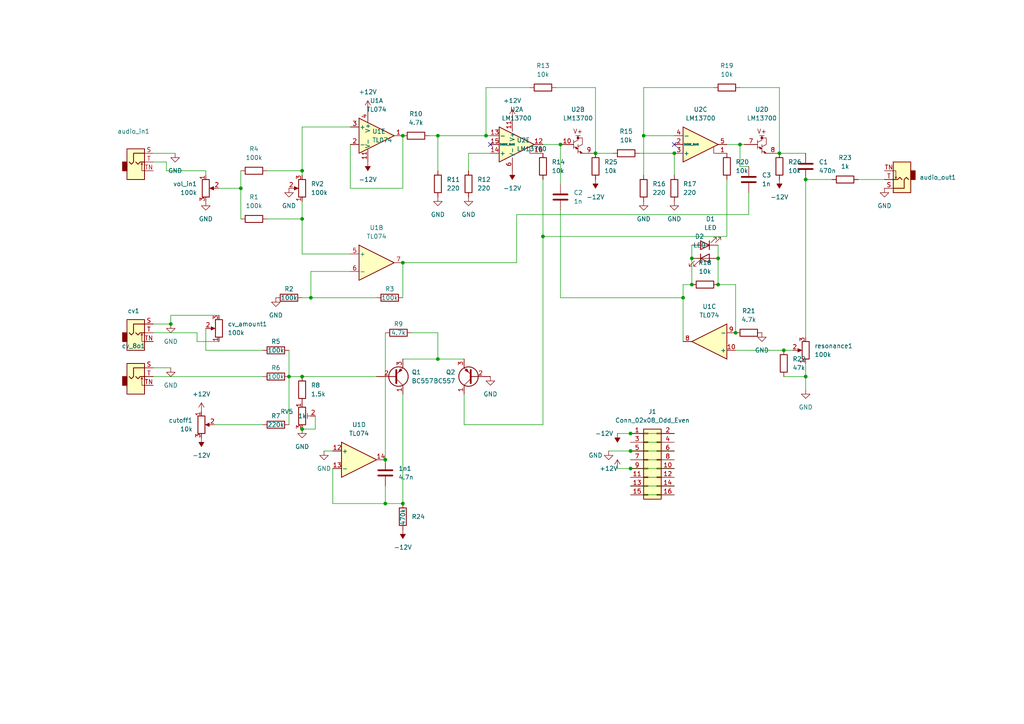
<source format=kicad_sch>
(kicad_sch (version 20211123) (generator eeschema)
  (paper "A4")
  (lib_symbols
    (symbol "Amplifier_Operational:LM13700" (pin_names (offset 0.127))
      (property "Reference" "U" (at 3.81 5.08 0))
      (property "Value" "LM13700" (at 5.08 -5.08 0))
      (symbol "LM13700_1_1"
        (polyline (pts (xy 3.81 -0.635) (xy 3.81 -2.54) (xy 5.08 -2.54)))
        (polyline (pts (xy 5.08 0) (xy -5.08 -5.08) (xy -5.08 5.08) (xy 5.08 0)) (stroke (width 0.254)) (fill (type background)))
        (pin output line (at 7.62 0 180) (length 2.54) (name "~") (number "12"))
        (pin input line (at -7.62 2.54 0) (length 2.54) (name "-") (number "13"))
        (pin input line (at -7.62 -2.54 0) (length 2.54) (name "+") (number "14"))
        (pin input line (at -7.62 0 0) (length 2.54) (name "DIODE_BIAS") (number "15"))
        (pin input line (at 7.62 -2.54 180) (length 2.54) (name "~") (number "16"))
      )
      (symbol "LM13700_2_0"
        (polyline (pts (xy -1.905 2.54) (xy -3.175 2.54)))
      )
      (symbol "LM13700_2_1"
        (circle (center -2.54 1.905) (radius 0.254) (stroke (width 0.254)) (fill (type outline)))
        (polyline (pts (xy -3.81 -0.635) (xy -2.54 -1.27)))
        (polyline (pts (xy -3.81 1.27) (xy -3.81 -1.27)))
        (polyline (pts (xy -2.54 -1.905) (xy -1.27 -2.54)))
        (polyline (pts (xy -2.54 0) (xy -2.54 -2.54)))
        (polyline (pts (xy -3.81 0.635) (xy -2.54 1.27) (xy -2.54 1.905) (xy -2.54 2.54)))
        (polyline (pts (xy -2.54 -1.27) (xy -3.175 -0.635) (xy -3.175 -1.27) (xy -2.54 -1.27)) (fill (type outline)))
        (polyline (pts (xy -2.54 -0.635) (xy -1.27 0) (xy -1.27 1.905) (xy -2.54 1.905)))
        (polyline (pts (xy -1.27 -2.54) (xy -1.905 -1.905) (xy -1.905 -2.54) (xy -1.27 -2.54)) (fill (type outline)))
        (text "V+" (at -2.54 3.81 0) (effects (font (size 1.27 1.27))))
        (pin input line (at -7.62 0 0) (length 3.81) (name "~") (number "10"))
        (pin output line (at 2.54 -2.54 180) (length 3.81) (name "~") (number "9"))
      )
      (symbol "LM13700_3_1"
        (polyline (pts (xy 3.81 -0.635) (xy 3.81 -2.54) (xy 5.08 -2.54)))
        (polyline (pts (xy 5.08 0) (xy -5.08 -5.08) (xy -5.08 5.08) (xy 5.08 0)) (stroke (width 0.254)) (fill (type background)))
        (pin input line (at 7.62 -2.54 180) (length 2.54) (name "~") (number "1"))
        (pin input line (at -7.62 0 0) (length 2.54) (name "DIODE_BIAS") (number "2"))
        (pin input line (at -7.62 -2.54 0) (length 2.54) (name "+") (number "3"))
        (pin input line (at -7.62 2.54 0) (length 2.54) (name "-") (number "4"))
        (pin output line (at 7.62 0 180) (length 2.54) (name "~") (number "5"))
      )
      (symbol "LM13700_4_0"
        (polyline (pts (xy -3.175 2.54) (xy -1.905 2.54)))
        (text "V+" (at -2.54 3.81 0) (effects (font (size 1.27 1.27))))
      )
      (symbol "LM13700_4_1"
        (circle (center -2.54 1.905) (radius 0.254) (stroke (width 0.254)) (fill (type outline)))
        (polyline (pts (xy -3.81 -0.635) (xy -2.54 -1.27)))
        (polyline (pts (xy -3.81 1.27) (xy -3.81 -1.27)))
        (polyline (pts (xy -2.54 -1.905) (xy -1.27 -2.54)))
        (polyline (pts (xy -2.54 0) (xy -2.54 -2.54)))
        (polyline (pts (xy -3.81 0.635) (xy -2.54 1.27) (xy -2.54 2.54)))
        (polyline (pts (xy -2.54 -1.27) (xy -3.175 -0.635) (xy -3.175 -1.27) (xy -2.54 -1.27)) (fill (type outline)))
        (polyline (pts (xy -2.54 -0.635) (xy -1.27 0) (xy -1.27 1.905) (xy -2.54 1.905)))
        (polyline (pts (xy -1.27 -2.54) (xy -1.905 -1.905) (xy -1.905 -2.54) (xy -1.27 -2.54)) (fill (type outline)))
        (pin input line (at -7.62 0 0) (length 3.81) (name "~") (number "7"))
        (pin output line (at 2.54 -2.54 180) (length 3.81) (name "~") (number "8"))
      )
      (symbol "LM13700_5_1"
        (pin power_in line (at -2.54 7.62 270) (length 3.81) (name "V+") (number "11"))
        (pin power_in line (at -2.54 -7.62 90) (length 3.81) (name "V-") (number "6"))
      )
    )
    (symbol "Amplifier_Operational:TL074" (pin_names (offset 0.127))
      (property "Reference" "U" (at 0 5.08 0))
      (property "Value" "TL074" (at 0 -5.08 0))
      (symbol "TL074_1_1"
        (polyline (pts (xy -5.08 5.08) (xy 5.08 0) (xy -5.08 -5.08) (xy -5.08 5.08)) (stroke (width 0.254)) (fill (type background)))
        (pin output line (at 7.62 0 180) (length 2.54) (name "~") (number "1"))
        (pin input line (at -7.62 -2.54 0) (length 2.54) (name "-") (number "2"))
        (pin input line (at -7.62 2.54 0) (length 2.54) (name "+") (number "3"))
      )
      (symbol "TL074_2_1"
        (polyline (pts (xy -5.08 5.08) (xy 5.08 0) (xy -5.08 -5.08) (xy -5.08 5.08)) (stroke (width 0.254)) (fill (type background)))
        (pin input line (at -7.62 2.54 0) (length 2.54) (name "+") (number "5"))
        (pin input line (at -7.62 -2.54 0) (length 2.54) (name "-") (number "6"))
        (pin output line (at 7.62 0 180) (length 2.54) (name "~") (number "7"))
      )
      (symbol "TL074_3_1"
        (polyline (pts (xy -5.08 5.08) (xy 5.08 0) (xy -5.08 -5.08) (xy -5.08 5.08)) (stroke (width 0.254)) (fill (type background)))
        (pin input line (at -7.62 2.54 0) (length 2.54) (name "+") (number "10"))
        (pin output line (at 7.62 0 180) (length 2.54) (name "~") (number "8"))
        (pin input line (at -7.62 -2.54 0) (length 2.54) (name "-") (number "9"))
      )
      (symbol "TL074_4_1"
        (polyline (pts (xy -5.08 5.08) (xy 5.08 0) (xy -5.08 -5.08) (xy -5.08 5.08)) (stroke (width 0.254)) (fill (type background)))
        (pin input line (at -7.62 2.54 0) (length 2.54) (name "+") (number "12"))
        (pin input line (at -7.62 -2.54 0) (length 2.54) (name "-") (number "13"))
        (pin output line (at 7.62 0 180) (length 2.54) (name "~") (number "14"))
      )
      (symbol "TL074_5_1"
        (pin power_in line (at -2.54 -7.62 90) (length 3.81) (name "V-") (number "11"))
        (pin power_in line (at -2.54 7.62 270) (length 3.81) (name "V+") (number "4"))
      )
    )
    (symbol "Connector:AudioJack2_SwitchT"
      (property "Reference" "J" (at 0 8.89 0))
      (property "Value" "AudioJack2_SwitchT" (at 0 6.35 0))
      (symbol "AudioJack2_SwitchT_0_1"
        (rectangle (start -2.54 0) (end -3.81 -2.54) (stroke (width 0.254)) (fill (type outline)))
        (polyline (pts (xy 1.778 -0.254) (xy 2.032 -0.762)))
        (polyline (pts (xy 0 0) (xy 0.635 -0.635) (xy 1.27 0) (xy 2.54 0)) (stroke (width 0.254)))
        (polyline (pts (xy 2.54 -2.54) (xy 1.778 -2.54) (xy 1.778 -0.254) (xy 1.524 -0.762)))
        (polyline (pts (xy 2.54 2.54) (xy -0.635 2.54) (xy -0.635 0) (xy -1.27 -0.635) (xy -1.905 0)) (stroke (width 0.254)))
        (rectangle (start 2.54 3.81) (end -2.54 -5.08) (stroke (width 0.254)) (fill (type background)))
      )
      (symbol "AudioJack2_SwitchT_1_1"
        (pin passive line (at 5.08 2.54 180) (length 2.54) (name "~") (number "S"))
        (pin passive line (at 5.08 0 180) (length 2.54) (name "~") (number "T"))
        (pin passive line (at 5.08 -2.54 180) (length 2.54) (name "~") (number "TN"))
      )
    )
    (symbol "Connector_Generic:Conn_02x08_Odd_Even" (pin_names (offset 1.016) hide)
      (property "Reference" "J" (at 1.27 10.16 0))
      (property "Value" "Conn_02x08_Odd_Even" (at 1.27 -12.7 0))
      (symbol "Conn_02x08_Odd_Even_1_1"
        (rectangle (start -1.27 -10.033) (end 0 -10.287) (stroke (width 0.1524)))
        (rectangle (start -1.27 -7.493) (end 0 -7.747) (stroke (width 0.1524)))
        (rectangle (start -1.27 -4.953) (end 0 -5.207) (stroke (width 0.1524)))
        (rectangle (start -1.27 -2.413) (end 0 -2.667) (stroke (width 0.1524)))
        (rectangle (start -1.27 0.127) (end 0 -0.127) (stroke (width 0.1524)))
        (rectangle (start -1.27 2.667) (end 0 2.413) (stroke (width 0.1524)))
        (rectangle (start -1.27 5.207) (end 0 4.953) (stroke (width 0.1524)))
        (rectangle (start -1.27 7.747) (end 0 7.493) (stroke (width 0.1524)))
        (rectangle (start -1.27 8.89) (end 3.81 -11.43) (stroke (width 0.254)) (fill (type background)))
        (rectangle (start 3.81 -10.033) (end 2.54 -10.287) (stroke (width 0.1524)))
        (rectangle (start 3.81 -7.493) (end 2.54 -7.747) (stroke (width 0.1524)))
        (rectangle (start 3.81 -4.953) (end 2.54 -5.207) (stroke (width 0.1524)))
        (rectangle (start 3.81 -2.413) (end 2.54 -2.667) (stroke (width 0.1524)))
        (rectangle (start 3.81 0.127) (end 2.54 -0.127) (stroke (width 0.1524)))
        (rectangle (start 3.81 2.667) (end 2.54 2.413) (stroke (width 0.1524)))
        (rectangle (start 3.81 5.207) (end 2.54 4.953) (stroke (width 0.1524)))
        (rectangle (start 3.81 7.747) (end 2.54 7.493) (stroke (width 0.1524)))
        (pin passive line (at -5.08 7.62 0) (length 3.81) (name "Pin_1") (number "1"))
        (pin passive line (at 7.62 -2.54 180) (length 3.81) (name "Pin_10") (number "10"))
        (pin passive line (at -5.08 -5.08 0) (length 3.81) (name "Pin_11") (number "11"))
        (pin passive line (at 7.62 -5.08 180) (length 3.81) (name "Pin_12") (number "12"))
        (pin passive line (at -5.08 -7.62 0) (length 3.81) (name "Pin_13") (number "13"))
        (pin passive line (at 7.62 -7.62 180) (length 3.81) (name "Pin_14") (number "14"))
        (pin passive line (at -5.08 -10.16 0) (length 3.81) (name "Pin_15") (number "15"))
        (pin passive line (at 7.62 -10.16 180) (length 3.81) (name "Pin_16") (number "16"))
        (pin passive line (at 7.62 7.62 180) (length 3.81) (name "Pin_2") (number "2"))
        (pin passive line (at -5.08 5.08 0) (length 3.81) (name "Pin_3") (number "3"))
        (pin passive line (at 7.62 5.08 180) (length 3.81) (name "Pin_4") (number "4"))
        (pin passive line (at -5.08 2.54 0) (length 3.81) (name "Pin_5") (number "5"))
        (pin passive line (at 7.62 2.54 180) (length 3.81) (name "Pin_6") (number "6"))
        (pin passive line (at -5.08 0 0) (length 3.81) (name "Pin_7") (number "7"))
        (pin passive line (at 7.62 0 180) (length 3.81) (name "Pin_8") (number "8"))
        (pin passive line (at -5.08 -2.54 0) (length 3.81) (name "Pin_9") (number "9"))
      )
    )
    (symbol "Device:C" (pin_numbers hide) (pin_names (offset 0.254))
      (property "Reference" "C" (at 0.635 2.54 0))
      (property "Value" "C" (at 0.635 -2.54 0))
      (symbol "C_0_1"
        (polyline (pts (xy -2.032 -0.762) (xy 2.032 -0.762)) (stroke (width 0.508)))
        (polyline (pts (xy -2.032 0.762) (xy 2.032 0.762)) (stroke (width 0.508)))
      )
      (symbol "C_1_1"
        (pin passive line (at 0 3.81 270) (length 2.794) (name "~") (number "1"))
        (pin passive line (at 0 -3.81 90) (length 2.794) (name "~") (number "2"))
      )
    )
    (symbol "Device:LED" (pin_numbers hide) (pin_names (offset 1.016) hide)
      (property "Reference" "D" (at 0 2.54 0))
      (property "Value" "LED" (at 0 -2.54 0))
      (symbol "LED_0_1"
        (polyline (pts (xy -1.27 -1.27) (xy -1.27 1.27)) (stroke (width 0.254)))
        (polyline (pts (xy -1.27 0) (xy 1.27 0)))
        (polyline (pts (xy 1.27 -1.27) (xy 1.27 1.27) (xy -1.27 0) (xy 1.27 -1.27)) (stroke (width 0.254)))
        (polyline (pts (xy -3.048 -0.762) (xy -4.572 -2.286) (xy -3.81 -2.286) (xy -4.572 -2.286) (xy -4.572 -1.524)))
        (polyline (pts (xy -1.778 -0.762) (xy -3.302 -2.286) (xy -2.54 -2.286) (xy -3.302 -2.286) (xy -3.302 -1.524)))
      )
      (symbol "LED_1_1"
        (pin passive line (at -3.81 0 0) (length 2.54) (name "K") (number "1"))
        (pin passive line (at 3.81 0 180) (length 2.54) (name "A") (number "2"))
      )
    )
    (symbol "Device:R" (pin_numbers hide) (pin_names (offset 0))
      (property "Reference" "R" (at 2.032 0 90))
      (property "Value" "R" (at 0 0 90))
      (symbol "R_0_1"
        (rectangle (start -1.016 -2.54) (end 1.016 2.54) (stroke (width 0.254)))
      )
      (symbol "R_1_1"
        (pin passive line (at 0 3.81 270) (length 1.27) (name "~") (number "1"))
        (pin passive line (at 0 -3.81 90) (length 1.27) (name "~") (number "2"))
      )
    )
    (symbol "Device:R_Potentiometer" (pin_names (offset 1.016) hide)
      (property "Reference" "RV" (at -4.445 0 90))
      (property "Value" "R_Potentiometer" (at -2.54 0 90))
      (symbol "R_Potentiometer_0_1"
        (polyline (pts (xy 2.54 0) (xy 1.524 0)))
        (polyline (pts (xy 1.143 0) (xy 2.286 0.508) (xy 2.286 -0.508) (xy 1.143 0)) (fill (type outline)))
        (rectangle (start 1.016 2.54) (end -1.016 -2.54) (stroke (width 0.254)))
      )
      (symbol "R_Potentiometer_1_1"
        (pin passive line (at 0 3.81 270) (length 1.27) (name "1") (number "1"))
        (pin passive line (at 3.81 0 180) (length 1.27) (name "2") (number "2"))
        (pin passive line (at 0 -3.81 90) (length 1.27) (name "3") (number "3"))
      )
    )
    (symbol "Device:R_Potentiometer_Trim" (pin_names (offset 1.016) hide)
      (property "Reference" "RV" (at -4.445 0 90))
      (property "Value" "R_Potentiometer_Trim" (at -2.54 0 90))
      (symbol "R_Potentiometer_Trim_0_1"
        (polyline (pts (xy 1.524 0.762) (xy 1.524 -0.762)))
        (polyline (pts (xy 2.54 0) (xy 1.524 0)))
        (rectangle (start 1.016 2.54) (end -1.016 -2.54) (stroke (width 0.254)))
      )
      (symbol "R_Potentiometer_Trim_1_1"
        (pin passive line (at 0 3.81 270) (length 1.27) (name "1") (number "1"))
        (pin passive line (at 3.81 0 180) (length 1.27) (name "2") (number "2"))
        (pin passive line (at 0 -3.81 90) (length 1.27) (name "3") (number "3"))
      )
    )
    (symbol "Transistor_BJT:BC557" (pin_names (offset 0) hide)
      (property "Reference" "Q" (at 5.08 1.905 0))
      (property "Value" "BC557" (at 5.08 0 0))
      (symbol "BC557_0_1"
        (polyline (pts (xy 0.635 0.635) (xy 2.54 2.54)))
        (polyline (pts (xy 0.635 -0.635) (xy 2.54 -2.54) (xy 2.54 -2.54)))
        (polyline (pts (xy 0.635 1.905) (xy 0.635 -1.905) (xy 0.635 -1.905)) (stroke (width 0.508)))
        (polyline (pts (xy 2.286 -1.778) (xy 1.778 -2.286) (xy 1.27 -1.27) (xy 2.286 -1.778) (xy 2.286 -1.778)) (fill (type outline)))
        (circle (center 1.27 0) (radius 2.8194) (stroke (width 0.254)))
      )
      (symbol "BC557_1_1"
        (pin passive line (at 2.54 5.08 270) (length 2.54) (name "C") (number "1"))
        (pin input line (at -5.08 0 0) (length 5.715) (name "B") (number "2"))
        (pin passive line (at 2.54 -5.08 90) (length 2.54) (name "E") (number "3"))
      )
    )
    (symbol "power:+12V" (power) (pin_names (offset 0))
      (property "Value" "+12V" (at 0 3.556 0))
      (symbol "+12V_0_1"
        (polyline (pts (xy -0.762 1.27) (xy 0 2.54)))
        (polyline (pts (xy 0 0) (xy 0 2.54)))
        (polyline (pts (xy 0 2.54) (xy 0.762 1.27)))
      )
      (symbol "+12V_1_1"
        (pin power_in line (at 0 0 90) (length 0) hide (name "+12V") (number "1"))
      )
    )
    (symbol "power:-12V" (power) (pin_names (offset 0))
      (property "Value" "-12V" (at 0 3.81 0))
      (symbol "-12V_0_0"
        (pin power_in line (at 0 0 90) (length 0) hide (name "-12V") (number "1"))
      )
      (symbol "-12V_0_1"
        (polyline (pts (xy 0 0) (xy 0 1.27) (xy 0.762 1.27) (xy 0 2.54) (xy -0.762 1.27) (xy 0 1.27)) (fill (type outline)))
      )
    )
    (symbol "power:GND" (power) (pin_names (offset 0))
      (property "Value" "GND" (at 0 -3.81 0))
      (symbol "GND_0_1"
        (polyline (pts (xy 0 0) (xy 0 -1.27) (xy 1.27 -1.27) (xy 0 -2.54) (xy -1.27 -1.27) (xy 0 -1.27)))
      )
      (symbol "GND_1_1"
        (pin power_in line (at 0 0 270) (length 0) hide (name "GND") (number "1"))
      )
    )
  )
  (junction (at 87.63 63.5))
  (junction (at 233.68 52.07))
  (junction (at 182.88 125.73))
  (junction (at 226.06 44.45))
  (junction (at 116.84 39.37))
  (junction (at 213.36 96.52))
  (junction (at 87.63 109.22))
  (junction (at 127 104.14))
  (junction (at 233.68 109.22))
  (junction (at 214.63 41.91))
  (junction (at 186.69 39.37))
  (junction (at 140.97 39.37))
  (junction (at 111.76 133.35))
  (junction (at 83.82 109.22))
  (junction (at 208.28 82.55))
  (junction (at 200.66 74.93))
  (junction (at 87.63 124.46))
  (junction (at 116.84 146.05))
  (junction (at 69.85 54.61))
  (junction (at 227.33 101.6))
  (junction (at 87.63 49.53))
  (junction (at 182.88 135.89))
  (junction (at 208.28 74.93))
  (junction (at 157.48 68.58))
  (junction (at 182.88 130.81))
  (junction (at 127 39.37))
  (junction (at 200.66 82.55))
  (junction (at 111.76 146.05))
  (junction (at 49.53 93.98))
  (junction (at 90.17 86.36))
  (junction (at 195.58 44.45))
  (junction (at 162.56 41.91))
  (junction (at 198.12 86.36))
  (junction (at 116.84 76.2))
  (junction (at 172.72 44.45))
  (no_connect (at 142.24 41.91))
  (no_connect (at 195.58 41.91))
  (wire (pts (xy 179.07 125.73) (xy 182.88 125.73)))
  (wire (pts (xy 185.42 44.45) (xy 195.58 44.45)))
  (wire (pts (xy 44.45 46.99) (xy 48.26 46.99)))
  (wire (pts (xy 226.06 25.4) (xy 226.06 44.45)))
  (wire (pts (xy 233.68 52.07) (xy 241.3 52.07)))
  (wire (pts (xy 162.56 41.91) (xy 162.56 53.34)))
  (wire (pts (xy 116.84 114.3) (xy 116.84 146.05)))
  (wire (pts (xy 149.86 62.23) (xy 217.17 62.23)))
  (wire (pts (xy 182.88 138.43) (xy 195.58 138.43)))
  (wire (pts (xy 116.84 104.14) (xy 127 104.14)))
  (wire (pts (xy 182.88 135.89) (xy 195.58 135.89)))
  (wire (pts (xy 87.63 73.66) (xy 101.6 73.66)))
  (wire (pts (xy 162.56 86.36) (xy 198.12 86.36)))
  (wire (pts (xy 172.72 25.4) (xy 172.72 44.45)))
  (wire (pts (xy 134.62 114.3) (xy 134.62 123.19)))
  (wire (pts (xy 186.69 50.8) (xy 186.69 39.37)))
  (wire (pts (xy 83.82 109.22) (xy 87.63 109.22)))
  (wire (pts (xy 198.12 86.36) (xy 198.12 99.06)))
  (wire (pts (xy 63.5 54.61) (xy 69.85 54.61)))
  (wire (pts (xy 44.45 96.52) (xy 57.15 96.52)))
  (wire (pts (xy 217.17 48.26) (xy 214.63 48.26)))
  (wire (pts (xy 69.85 54.61) (xy 69.85 63.5)))
  (wire (pts (xy 87.63 36.83) (xy 101.6 36.83)))
  (wire (pts (xy 140.97 25.4) (xy 140.97 39.37)))
  (wire (pts (xy 57.15 99.06) (xy 63.5 99.06)))
  (wire (pts (xy 124.46 39.37) (xy 127 39.37)))
  (wire (pts (xy 69.85 54.61) (xy 69.85 49.53)))
  (wire (pts (xy 116.84 54.61) (xy 116.84 39.37)))
  (wire (pts (xy 63.5 91.44) (xy 49.53 91.44)))
  (wire (pts (xy 96.52 135.89) (xy 96.52 146.05)))
  (wire (pts (xy 87.63 63.5) (xy 87.63 73.66)))
  (wire (pts (xy 198.12 82.55) (xy 198.12 86.36)))
  (wire (pts (xy 157.48 52.07) (xy 157.48 68.58)))
  (wire (pts (xy 111.76 140.97) (xy 111.76 146.05)))
  (wire (pts (xy 134.62 123.19) (xy 157.48 123.19)))
  (wire (pts (xy 182.88 130.81) (xy 195.58 130.81)))
  (wire (pts (xy 116.84 146.05) (xy 111.76 146.05)))
  (wire (pts (xy 87.63 86.36) (xy 90.17 86.36)))
  (wire (pts (xy 77.47 49.53) (xy 87.63 49.53)))
  (wire (pts (xy 182.88 133.35) (xy 195.58 133.35)))
  (wire (pts (xy 44.45 109.22) (xy 76.2 109.22)))
  (wire (pts (xy 83.82 101.6) (xy 83.82 109.22)))
  (wire (pts (xy 48.26 46.99) (xy 48.26 49.53)))
  (wire (pts (xy 217.17 62.23) (xy 217.17 55.88)))
  (wire (pts (xy 214.63 25.4) (xy 226.06 25.4)))
  (wire (pts (xy 87.63 63.5) (xy 87.63 58.42)))
  (wire (pts (xy 210.82 41.91) (xy 214.63 41.91)))
  (wire (pts (xy 59.69 49.53) (xy 59.69 50.8)))
  (wire (pts (xy 101.6 54.61) (xy 101.6 41.91)))
  (wire (pts (xy 87.63 124.46) (xy 91.44 124.46)))
  (wire (pts (xy 101.6 54.61) (xy 116.84 54.61)))
  (wire (pts (xy 226.06 44.45) (xy 233.68 44.45)))
  (wire (pts (xy 200.66 82.55) (xy 198.12 82.55)))
  (wire (pts (xy 127 96.52) (xy 127 104.14)))
  (wire (pts (xy 93.98 130.81) (xy 96.52 130.81)))
  (wire (pts (xy 91.44 120.65) (xy 91.44 124.46)))
  (wire (pts (xy 182.88 125.73) (xy 195.58 125.73)))
  (wire (pts (xy 109.22 86.36) (xy 90.17 86.36)))
  (wire (pts (xy 101.6 78.74) (xy 90.17 78.74)))
  (wire (pts (xy 149.86 76.2) (xy 149.86 62.23)))
  (wire (pts (xy 210.82 52.07) (xy 210.82 68.58)))
  (wire (pts (xy 227.33 101.6) (xy 229.87 101.6)))
  (wire (pts (xy 127 104.14) (xy 134.62 104.14)))
  (wire (pts (xy 83.82 109.22) (xy 83.82 123.19)))
  (wire (pts (xy 233.68 105.41) (xy 233.68 109.22)))
  (wire (pts (xy 214.63 41.91) (xy 214.63 48.26)))
  (wire (pts (xy 157.48 41.91) (xy 162.56 41.91)))
  (wire (pts (xy 57.15 96.52) (xy 57.15 99.06)))
  (wire (pts (xy 176.53 130.81) (xy 182.88 130.81)))
  (wire (pts (xy 182.88 140.97) (xy 195.58 140.97)))
  (wire (pts (xy 161.29 25.4) (xy 172.72 25.4)))
  (wire (pts (xy 208.28 71.12) (xy 208.28 74.93)))
  (wire (pts (xy 111.76 96.52) (xy 111.76 133.35)))
  (wire (pts (xy 200.66 71.12) (xy 200.66 74.93)))
  (wire (pts (xy 179.07 135.89) (xy 182.88 135.89)))
  (wire (pts (xy 233.68 109.22) (xy 233.68 113.03)))
  (wire (pts (xy 210.82 68.58) (xy 157.48 68.58)))
  (wire (pts (xy 186.69 25.4) (xy 186.69 39.37)))
  (wire (pts (xy 87.63 49.53) (xy 87.63 36.83)))
  (wire (pts (xy 59.69 95.25) (xy 59.69 101.6)))
  (wire (pts (xy 227.33 109.22) (xy 233.68 109.22)))
  (wire (pts (xy 248.92 52.07) (xy 256.54 52.07)))
  (wire (pts (xy 157.48 68.58) (xy 157.48 123.19)))
  (wire (pts (xy 127 39.37) (xy 140.97 39.37)))
  (wire (pts (xy 142.24 44.45) (xy 135.89 44.45)))
  (wire (pts (xy 44.45 93.98) (xy 49.53 93.98)))
  (wire (pts (xy 116.84 76.2) (xy 149.86 76.2)))
  (wire (pts (xy 119.38 96.52) (xy 127 96.52)))
  (wire (pts (xy 111.76 146.05) (xy 96.52 146.05)))
  (wire (pts (xy 127 39.37) (xy 127 49.53)))
  (wire (pts (xy 87.63 109.22) (xy 109.22 109.22)))
  (wire (pts (xy 135.89 44.45) (xy 135.89 49.53)))
  (wire (pts (xy 162.56 60.96) (xy 162.56 86.36)))
  (wire (pts (xy 195.58 44.45) (xy 195.58 50.8)))
  (wire (pts (xy 214.63 41.91) (xy 215.9 41.91)))
  (wire (pts (xy 49.53 91.44) (xy 49.53 93.98)))
  (wire (pts (xy 48.26 49.53) (xy 59.69 49.53)))
  (wire (pts (xy 182.88 128.27) (xy 195.58 128.27)))
  (wire (pts (xy 62.23 123.19) (xy 76.2 123.19)))
  (wire (pts (xy 200.66 74.93) (xy 200.66 82.55)))
  (wire (pts (xy 140.97 39.37) (xy 142.24 39.37)))
  (wire (pts (xy 207.01 25.4) (xy 186.69 25.4)))
  (wire (pts (xy 116.84 76.2) (xy 116.84 86.36)))
  (wire (pts (xy 153.67 25.4) (xy 140.97 25.4)))
  (wire (pts (xy 90.17 78.74) (xy 90.17 86.36)))
  (wire (pts (xy 44.45 44.45) (xy 50.8 44.45)))
  (wire (pts (xy 59.69 101.6) (xy 76.2 101.6)))
  (wire (pts (xy 87.63 49.53) (xy 87.63 50.8)))
  (wire (pts (xy 213.36 82.55) (xy 213.36 96.52)))
  (wire (pts (xy 172.72 44.45) (xy 177.8 44.45)))
  (wire (pts (xy 182.88 143.51) (xy 195.58 143.51)))
  (wire (pts (xy 77.47 63.5) (xy 87.63 63.5)))
  (wire (pts (xy 208.28 74.93) (xy 208.28 82.55)))
  (wire (pts (xy 208.28 82.55) (xy 213.36 82.55)))
  (wire (pts (xy 213.36 101.6) (xy 227.33 101.6)))
  (wire (pts (xy 233.68 52.07) (xy 233.68 97.79)))
  (wire (pts (xy 186.69 39.37) (xy 195.58 39.37)))
  (wire (pts (xy 44.45 106.68) (xy 49.53 106.68)))
  (symbol (lib_id "Amplifier_Operational:LM13700") (at 149.86 41.91 0) (unit 1)
    (property "Reference" "U2" (at 149.86 31.75 0))
    (property "Value" "LM13700" (at 149.86 34.29 0))
    (property "Footprint" "Package_DIP:DIP-16_W7.62mm_Socket" (effects hide))
    (property "Datasheet" "http://www.ti.com/lit/ds/symlink/lm13700.pdf" (effects hide))
  )
  (symbol (lib_id "power:-12V") (at 106.68 46.99 180) (unit 1)
    (property "Reference" "#PWR0106" (effects hide))
    (property "Value" "-12V" (at 106.68 52.07 0))
  )
  (symbol (lib_id "Device:R_Potentiometer") (at 58.42 123.19 0) (unit 1)
    (property "Reference" "cutoff1" (at 55.88 121.9199 0) (effects (justify right)))
    (property "Value" "10k" (at 55.88 124.4599 0) (effects (justify right)))
    (property "Footprint" "Potentiometer_THT:Potentiometer_Bourns_PTV09A-1_Single_Vertical" (effects hide))
  )
  (symbol (lib_id "power:-12V") (at 172.72 52.07 180) (unit 1)
    (property "Reference" "#PWR0127" (effects hide))
    (property "Value" "-12V" (at 172.72 57.15 0))
  )
  (symbol (lib_id "Device:R") (at 80.01 109.22 90) (unit 1)
    (property "Reference" "R6" (at 80.01 106.68 90))
    (property "Value" "100k" (at 80.01 109.22 90))
    (property "Footprint" "Resistor_THT:R_Axial_DIN0207_L6.3mm_D2.5mm_P7.62mm_Horizontal" (effects hide))
  )
  (symbol (lib_id "Device:R") (at 115.57 96.52 90) (unit 1)
    (property "Reference" "R9" (at 115.57 93.98 90))
    (property "Value" "4.7k" (at 115.57 96.52 90))
    (property "Footprint" "Resistor_THT:R_Axial_DIN0207_L6.3mm_D2.5mm_P7.62mm_Horizontal" (effects hide))
  )
  (symbol (lib_id "Connector:AudioJack2_SwitchT") (at 39.37 109.22 0) (unit 1)
    (property "Reference" "cv_8o1" (at 38.735 100.33 0))
    (property "Value" "AudioJack2_SwitchT" (effects hide))
    (property "Footprint" "Connector_Audio:Jack_3.5mm_QingPu_WQP-PJ398SM_Vertical_CircularHoles" (effects hide))
  )
  (symbol (lib_id "Device:R") (at 80.01 123.19 90) (unit 1)
    (property "Reference" "R7" (at 80.01 120.65 90))
    (property "Value" "220k" (at 80.01 123.19 90))
    (property "Footprint" "Resistor_THT:R_Axial_DIN0207_L6.3mm_D2.5mm_P7.62mm_Horizontal" (effects hide))
  )
  (symbol (lib_id "Device:R") (at 80.01 101.6 90) (unit 1)
    (property "Reference" "R5" (at 80.01 99.06 90))
    (property "Value" "100k" (at 80.01 101.6 90))
    (property "Footprint" "Resistor_THT:R_Axial_DIN0207_L6.3mm_D2.5mm_P7.62mm_Horizontal" (effects hide))
  )
  (symbol (lib_id "power:-12V") (at 116.84 153.67 180) (unit 1)
    (property "Reference" "#PWR0126" (effects hide))
    (property "Value" "-12V" (at 116.84 158.75 0))
  )
  (symbol (lib_id "Device:R") (at 172.72 48.26 0) (unit 1)
    (property "Reference" "R25" (at 175.26 46.9899 0) (effects (justify left)))
    (property "Value" "10k" (at 175.26 49.5299 0) (effects (justify left)))
    (property "Footprint" "Resistor_THT:R_Axial_DIN0207_L6.3mm_D2.5mm_P7.62mm_Horizontal" (effects hide))
  )
  (symbol (lib_id "Device:R") (at 204.47 82.55 90) (unit 1)
    (property "Reference" "R18" (at 204.47 76.2 90))
    (property "Value" "10k" (at 204.47 78.74 90))
    (property "Footprint" "Resistor_THT:R_Axial_DIN0207_L6.3mm_D2.5mm_P7.62mm_Horizontal" (effects hide))
  )
  (symbol (lib_id "Connector_Generic:Conn_02x08_Odd_Even") (at 187.96 133.35 0) (unit 1)
    (property "Reference" "J1" (at 189.23 119.38 0))
    (property "Value" "Conn_02x08_Odd_Even" (at 189.23 121.92 0))
    (property "Footprint" "Connector_PinHeader_2.54mm:PinHeader_2x08_P2.54mm_Vertical" (effects hide))
  )
  (symbol (lib_id "power:GND") (at 49.53 106.68 0) (unit 1)
    (property "Reference" "#PWR0102" (effects hide))
    (property "Value" "GND" (at 49.53 111.76 0))
  )
  (symbol (lib_id "power:-12V") (at 58.42 127 180) (unit 1)
    (property "Reference" "#PWR0119" (effects hide))
    (property "Value" "-12V" (at 58.42 132.08 0))
  )
  (symbol (lib_id "Device:R") (at 116.84 149.86 0) (unit 1)
    (property "Reference" "R24" (at 119.38 149.86 0) (effects (justify left)))
    (property "Value" "470k" (at 116.84 152.4 90) (effects (justify left)))
    (property "Footprint" "Resistor_THT:R_Axial_DIN0207_L6.3mm_D2.5mm_P7.62mm_Horizontal" (effects hide))
  )
  (symbol (lib_id "power:GND") (at 220.98 96.52 0) (unit 1)
    (property "Reference" "#PWR0116" (effects hide))
    (property "Value" "GND" (at 220.98 101.6 0))
  )
  (symbol (lib_id "power:GND") (at 50.8 44.45 0) (unit 1)
    (property "Reference" "#PWR0103" (effects hide))
    (property "Value" "GND" (at 50.8 49.53 0))
  )
  (symbol (lib_id "Amplifier_Operational:TL074") (at 104.14 133.35 0) (unit 4)
    (property "Reference" "U1" (at 104.14 123.19 0))
    (property "Value" "TL074" (at 104.14 125.73 0))
    (property "Footprint" "Package_DIP:DIP-14_W7.62mm_Socket" (effects hide))
    (property "Datasheet" "http://www.ti.com/lit/ds/symlink/tl071.pdf" (effects hide))
  )
  (symbol (lib_id "power:+12V") (at 179.07 135.89 0) (unit 1)
    (property "Reference" "#PWR0123" (effects hide))
    (property "Value" "+12V" (at 176.53 135.89 0))
  )
  (symbol (lib_id "Device:R") (at 195.58 54.61 0) (unit 1)
    (property "Reference" "R17" (at 198.12 53.3399 0) (effects (justify left)))
    (property "Value" "220" (at 198.12 55.8799 0) (effects (justify left)))
    (property "Footprint" "Resistor_THT:R_Axial_DIN0207_L6.3mm_D2.5mm_P7.62mm_Horizontal" (effects hide))
  )
  (symbol (lib_id "power:GND") (at 256.54 54.61 0) (unit 1)
    (property "Reference" "#PWR0115" (effects hide))
    (property "Value" "GND" (at 256.54 59.69 0))
  )
  (symbol (lib_id "Transistor_BJT:BC557") (at 137.16 109.22 180) (unit 1)
    (property "Reference" "Q2" (at 132.08 107.9499 0) (effects (justify left)))
    (property "Value" "BC557" (at 132.08 110.4899 0) (effects (justify left)))
    (property "Footprint" "Package_TO_SOT_THT:TO-92_Inline" (effects hide))
    (property "Datasheet" "https://www.onsemi.com/pub/Collateral/BC556BTA-D.pdf" (effects hide))
  )
  (symbol (lib_id "power:-12V") (at 226.06 52.07 180) (unit 1)
    (property "Reference" "#PWR0128" (effects hide))
    (property "Value" "-12V" (at 226.06 57.15 0))
  )
  (symbol (lib_id "power:+12V") (at 58.42 119.38 0) (unit 1)
    (property "Reference" "#PWR0118" (effects hide))
    (property "Value" "+12V" (at 58.42 114.3 0))
  )
  (symbol (lib_id "power:GND") (at 93.98 130.81 0) (unit 1)
    (property "Reference" "#PWR0121" (effects hide))
    (property "Value" "GND" (at 93.98 135.89 0))
  )
  (symbol (lib_id "Amplifier_Operational:TL074") (at 205.74 99.06 180) (unit 3)
    (property "Reference" "U1" (at 205.74 88.9 0))
    (property "Value" "TL074" (at 205.74 91.44 0))
    (property "Footprint" "Package_DIP:DIP-14_W7.62mm_Socket" (effects hide))
    (property "Datasheet" "http://www.ti.com/lit/ds/symlink/tl071.pdf" (effects hide))
  )
  (symbol (lib_id "Device:R") (at 227.33 105.41 0) (unit 1)
    (property "Reference" "R22" (at 229.87 104.1399 0) (effects (justify left)))
    (property "Value" "47k" (at 229.87 106.6799 0) (effects (justify left)))
    (property "Footprint" "Resistor_THT:R_Axial_DIN0207_L6.3mm_D2.5mm_P7.62mm_Horizontal" (effects hide))
  )
  (symbol (lib_id "power:GND") (at 49.53 93.98 0) (unit 1)
    (property "Reference" "#PWR0101" (effects hide))
    (property "Value" "GND" (at 49.53 99.06 0))
  )
  (symbol (lib_id "Transistor_BJT:BC557") (at 114.3 109.22 0) (mirror x) (unit 1)
    (property "Reference" "Q1" (at 119.38 107.9499 0) (effects (justify left)))
    (property "Value" "BC557" (at 119.38 110.4899 0) (effects (justify left)))
    (property "Footprint" "Package_TO_SOT_THT:TO-92_Inline" (effects hide))
    (property "Datasheet" "https://www.onsemi.com/pub/Collateral/BC556BTA-D.pdf" (effects hide))
  )
  (symbol (lib_id "Device:R") (at 210.82 48.26 0) (unit 1)
    (property "Reference" "R20" (at 213.36 46.9899 0) (effects (justify left)))
    (property "Value" "10k" (at 213.36 49.5299 0) (effects (justify left)))
    (property "Footprint" "Resistor_THT:R_Axial_DIN0207_L6.3mm_D2.5mm_P7.62mm_Horizontal" (effects hide))
  )
  (symbol (lib_id "Device:C") (at 111.76 137.16 0) (unit 1)
    (property "Reference" "1n1" (at 115.57 135.8899 0) (effects (justify left)))
    (property "Value" "4.7n" (at 115.57 138.4299 0) (effects (justify left)))
    (property "Footprint" "Resistor_THT:R_Axial_DIN0207_L6.3mm_D2.5mm_P5.08mm_Vertical" (effects hide))
  )
  (symbol (lib_id "Device:R_Potentiometer") (at 59.69 54.61 0) (unit 1)
    (property "Reference" "vol_in1" (at 57.15 53.3399 0) (effects (justify right)))
    (property "Value" "100k" (at 57.15 55.8799 0) (effects (justify right)))
    (property "Footprint" "Potentiometer_THT:Potentiometer_Bourns_PTV09A-1_Single_Vertical" (effects hide))
  )
  (symbol (lib_id "Device:R") (at 120.65 39.37 90) (unit 1)
    (property "Reference" "R10" (at 120.65 33.02 90))
    (property "Value" "4.7k" (at 120.65 35.56 90))
    (property "Footprint" "Resistor_THT:R_Axial_DIN0207_L6.3mm_D2.5mm_P7.62mm_Horizontal" (effects hide))
  )
  (symbol (lib_id "Device:R") (at 135.89 53.34 0) (unit 1)
    (property "Reference" "R12" (at 138.43 52.0699 0) (effects (justify left)))
    (property "Value" "220" (at 138.43 54.6099 0) (effects (justify left)))
    (property "Footprint" "Resistor_THT:R_Axial_DIN0207_L6.3mm_D2.5mm_P7.62mm_Horizontal" (effects hide))
  )
  (symbol (lib_id "Device:R") (at 73.66 63.5 90) (unit 1)
    (property "Reference" "R1" (at 73.66 57.15 90))
    (property "Value" "100k" (at 73.66 59.69 90))
    (property "Footprint" "Resistor_THT:R_Axial_DIN0207_L6.3mm_D2.5mm_P7.62mm_Horizontal" (effects hide))
  )
  (symbol (lib_id "Device:C") (at 162.56 57.15 0) (unit 1)
    (property "Reference" "C2" (at 166.37 55.8799 0) (effects (justify left)))
    (property "Value" "1n" (at 166.37 58.4199 0) (effects (justify left)))
    (property "Footprint" "Resistor_THT:R_Axial_DIN0207_L6.3mm_D2.5mm_P5.08mm_Vertical" (effects hide))
  )
  (symbol (lib_id "Device:LED") (at 204.47 71.12 180) (unit 1)
    (property "Reference" "D1" (at 206.0575 63.5 0))
    (property "Value" "LED" (at 206.0575 66.04 0))
    (property "Footprint" "Resistor_THT:R_Axial_DIN0207_L6.3mm_D2.5mm_P5.08mm_Vertical" (effects hide))
  )
  (symbol (lib_id "Connector:AudioJack2_SwitchT") (at 39.37 46.99 0) (unit 1)
    (property "Reference" "audio_in1" (at 38.735 38.1 0))
    (property "Value" "AudioJack2_SwitchT" (effects hide))
    (property "Footprint" "Connector_Audio:Jack_3.5mm_QingPu_WQP-PJ398SM_Vertical_CircularHoles" (effects hide))
  )
  (symbol (lib_id "power:GND") (at 87.63 124.46 0) (unit 1)
    (property "Reference" "#PWR0120" (effects hide))
    (property "Value" "GND" (at 87.63 129.54 0))
  )
  (symbol (lib_id "power:GND") (at 142.24 109.22 0) (unit 1)
    (property "Reference" "#PWR0122" (effects hide))
    (property "Value" "GND" (at 142.24 114.3 0))
  )
  (symbol (lib_id "Amplifier_Operational:TL074") (at 109.22 39.37 0) (unit 5)
    (property "Reference" "U1" (at 107.95 38.0999 0) (effects (justify left)))
    (property "Value" "TL074" (at 107.95 40.6399 0) (effects (justify left)))
    (property "Footprint" "Package_DIP:DIP-14_W7.62mm_Socket" (effects hide))
    (property "Datasheet" "http://www.ti.com/lit/ds/symlink/tl071.pdf" (effects hide))
  )
  (symbol (lib_id "power:GND") (at 186.69 58.42 0) (unit 1)
    (property "Reference" "#PWR0113" (effects hide))
    (property "Value" "GND" (at 186.69 63.5 0))
  )
  (symbol (lib_id "Device:R") (at 210.82 25.4 90) (unit 1)
    (property "Reference" "R19" (at 210.82 19.05 90))
    (property "Value" "10k" (at 210.82 21.59 90))
    (property "Footprint" "Resistor_THT:R_Axial_DIN0207_L6.3mm_D2.5mm_P7.62mm_Horizontal" (effects hide))
  )
  (symbol (lib_id "Device:C") (at 217.17 52.07 0) (unit 1)
    (property "Reference" "C3" (at 220.98 50.7999 0) (effects (justify left)))
    (property "Value" "1n" (at 220.98 53.3399 0) (effects (justify left)))
    (property "Footprint" "Resistor_THT:R_Axial_DIN0207_L6.3mm_D2.5mm_P5.08mm_Vertical" (effects hide))
  )
  (symbol (lib_id "Connector:AudioJack2_SwitchT") (at 261.62 52.07 180) (unit 1)
    (property "Reference" "audio_out1" (at 266.7 51.4349 0) (effects (justify right)))
    (property "Value" "AudioJack2_SwitchT" (effects hide))
    (property "Footprint" "Connector_Audio:Jack_3.5mm_QingPu_WQP-PJ398SM_Vertical_CircularHoles" (effects hide))
  )
  (symbol (lib_id "Device:R") (at 127 53.34 0) (unit 1)
    (property "Reference" "R11" (at 129.54 52.0699 0) (effects (justify left)))
    (property "Value" "220" (at 129.54 54.6099 0) (effects (justify left)))
    (property "Footprint" "Resistor_THT:R_Axial_DIN0207_L6.3mm_D2.5mm_P7.62mm_Horizontal" (effects hide))
  )
  (symbol (lib_id "Device:R") (at 87.63 113.03 0) (unit 1)
    (property "Reference" "R8" (at 90.17 111.7599 0) (effects (justify left)))
    (property "Value" "1.5k" (at 90.17 114.2999 0) (effects (justify left)))
    (property "Footprint" "Resistor_THT:R_Axial_DIN0207_L6.3mm_D2.5mm_P7.62mm_Horizontal" (effects hide))
  )
  (symbol (lib_id "Device:R") (at 181.61 44.45 90) (unit 1)
    (property "Reference" "R15" (at 181.61 38.1 90))
    (property "Value" "10k" (at 181.61 40.64 90))
    (property "Footprint" "Resistor_THT:R_Axial_DIN0207_L6.3mm_D2.5mm_P7.62mm_Horizontal" (effects hide))
  )
  (symbol (lib_id "Device:C") (at 233.68 48.26 0) (unit 1)
    (property "Reference" "C1" (at 237.49 46.9899 0) (effects (justify left)))
    (property "Value" "470n" (at 237.49 49.5299 0) (effects (justify left)))
    (property "Footprint" "Resistor_THT:R_Axial_DIN0207_L6.3mm_D2.5mm_P5.08mm_Vertical" (effects hide))
  )
  (symbol (lib_id "power:GND") (at 80.01 86.36 0) (unit 1)
    (property "Reference" "#PWR0108" (effects hide))
    (property "Value" "GND" (at 80.01 91.44 0))
  )
  (symbol (lib_id "power:+12V") (at 148.59 34.29 0) (unit 1)
    (property "Reference" "#PWR0112" (effects hide))
    (property "Value" "+12V" (at 148.59 29.21 0))
  )
  (symbol (lib_id "Connector:AudioJack2_SwitchT") (at 39.37 96.52 0) (unit 1)
    (property "Reference" "cv1" (at 38.735 90.17 0))
    (property "Value" "AudioJack2_SwitchT" (effects hide))
    (property "Footprint" "Connector_Audio:Jack_3.5mm_QingPu_WQP-PJ398SM_Vertical_CircularHoles" (effects hide))
  )
  (symbol (lib_id "Device:R") (at 157.48 48.26 0) (unit 1)
    (property "Reference" "R14" (at 160.02 46.9899 0) (effects (justify left)))
    (property "Value" "10k" (at 160.02 49.5299 0) (effects (justify left)))
    (property "Footprint" "Resistor_THT:R_Axial_DIN0207_L6.3mm_D2.5mm_P7.62mm_Horizontal" (effects hide))
  )
  (symbol (lib_id "power:GND") (at 83.82 54.61 0) (unit 1)
    (property "Reference" "#PWR0107" (effects hide))
    (property "Value" "GND" (at 83.82 59.69 0))
  )
  (symbol (lib_id "Device:R_Potentiometer_Trim") (at 87.63 120.65 0) (unit 1)
    (property "Reference" "RV5" (at 85.09 119.3799 0) (effects (justify right)))
    (property "Value" "1k" (at 88.9 120.65 0) (effects (justify right)))
    (property "Footprint" "Potentiometer_THT:Potentiometer_Vishay_T73XX_Horizontal" (effects hide))
  )
  (symbol (lib_id "Device:R") (at 226.06 48.26 0) (unit 1)
    (property "Reference" "R26" (at 228.6 46.9899 0) (effects (justify left)))
    (property "Value" "10k" (at 228.6 49.5299 0) (effects (justify left)))
    (property "Footprint" "Resistor_THT:R_Axial_DIN0207_L6.3mm_D2.5mm_P7.62mm_Horizontal" (effects hide))
  )
  (symbol (lib_id "Device:R") (at 186.69 54.61 0) (unit 1)
    (property "Reference" "R16" (at 189.23 53.3399 0) (effects (justify left)))
    (property "Value" "220" (at 189.23 55.8799 0) (effects (justify left)))
    (property "Footprint" "Resistor_THT:R_Axial_DIN0207_L6.3mm_D2.5mm_P7.62mm_Horizontal" (effects hide))
  )
  (symbol (lib_id "power:+12V") (at 106.68 31.75 0) (unit 1)
    (property "Reference" "#PWR0105" (effects hide))
    (property "Value" "+12V" (at 106.68 26.67 0))
  )
  (symbol (lib_id "Amplifier_Operational:LM13700") (at 151.13 41.91 0) (unit 5)
    (property "Reference" "U2" (at 149.86 40.6399 0) (effects (justify left)))
    (property "Value" "LM13700" (at 149.86 43.1799 0) (effects (justify left)))
    (property "Footprint" "Package_DIP:DIP-16_W7.62mm_Socket" (effects hide))
    (property "Datasheet" "http://www.ti.com/lit/ds/symlink/lm13700.pdf" (effects hide))
  )
  (symbol (lib_id "Device:R") (at 113.03 86.36 90) (unit 1)
    (property "Reference" "R3" (at 113.03 83.82 90))
    (property "Value" "100k" (at 113.03 86.36 90))
    (property "Footprint" "Resistor_THT:R_Axial_DIN0207_L6.3mm_D2.5mm_P7.62mm_Horizontal" (effects hide))
  )
  (symbol (lib_id "power:-12V") (at 148.59 49.53 180) (unit 1)
    (property "Reference" "#PWR0109" (effects hide))
    (property "Value" "-12V" (at 148.59 54.61 0))
  )
  (symbol (lib_id "Amplifier_Operational:LM13700") (at 223.52 41.91 0) (unit 4)
    (property "Reference" "U2" (at 220.98 31.75 0))
    (property "Value" "LM13700" (at 220.98 34.29 0))
    (property "Footprint" "Package_DIP:DIP-16_W7.62mm_Socket" (effects hide))
    (property "Datasheet" "http://www.ti.com/lit/ds/symlink/lm13700.pdf" (effects hide))
  )
  (symbol (lib_id "power:-12V") (at 179.07 125.73 180) (unit 1)
    (property "Reference" "#PWR0125" (effects hide))
    (property "Value" "-12V" (at 175.26 125.73 0))
  )
  (symbol (lib_id "power:GND") (at 127 57.15 0) (unit 1)
    (property "Reference" "#PWR0110" (effects hide))
    (property "Value" "GND" (at 127 62.23 0))
  )
  (symbol (lib_id "power:GND") (at 135.89 57.15 0) (unit 1)
    (property "Reference" "#PWR0111" (effects hide))
    (property "Value" "GND" (at 135.89 62.23 0))
  )
  (symbol (lib_id "power:GND") (at 233.68 113.03 0) (unit 1)
    (property "Reference" "#PWR0117" (effects hide))
    (property "Value" "GND" (at 233.68 118.11 0))
  )
  (symbol (lib_id "power:GND") (at 176.53 130.81 0) (unit 1)
    (property "Reference" "#PWR0124" (effects hide))
    (property "Value" "GND" (at 172.72 132.08 0))
  )
  (symbol (lib_id "Amplifier_Operational:LM13700") (at 170.18 41.91 0) (unit 2)
    (property "Reference" "U2" (at 167.64 31.75 0))
    (property "Value" "LM13700" (at 167.64 34.29 0))
    (property "Footprint" "Package_DIP:DIP-16_W7.62mm_Socket" (effects hide))
    (property "Datasheet" "http://www.ti.com/lit/ds/symlink/lm13700.pdf" (effects hide))
  )
  (symbol (lib_id "Device:R") (at 217.17 96.52 90) (unit 1)
    (property "Reference" "R21" (at 217.17 90.17 90))
    (property "Value" "4.7k" (at 217.17 92.71 90))
    (property "Footprint" "Resistor_THT:R_Axial_DIN0207_L6.3mm_D2.5mm_P7.62mm_Horizontal" (effects hide))
  )
  (symbol (lib_id "Amplifier_Operational:TL074") (at 109.22 39.37 0) (unit 1)
    (property "Reference" "U1" (at 109.22 29.21 0))
    (property "Value" "TL074" (at 109.22 31.75 0))
    (property "Footprint" "Package_DIP:DIP-14_W7.62mm_Socket" (effects hide))
    (property "Datasheet" "http://www.ti.com/lit/ds/symlink/tl071.pdf" (effects hide))
  )
  (symbol (lib_id "Device:R") (at 157.48 25.4 90) (unit 1)
    (property "Reference" "R13" (at 157.48 19.05 90))
    (property "Value" "10k" (at 157.48 21.59 90))
    (property "Footprint" "Resistor_THT:R_Axial_DIN0207_L6.3mm_D2.5mm_P7.62mm_Horizontal" (effects hide))
  )
  (symbol (lib_id "Device:R_Potentiometer") (at 233.68 101.6 180) (unit 1)
    (property "Reference" "resonance1" (at 236.22 100.3299 0) (effects (justify right)))
    (property "Value" "100k" (at 236.22 102.8699 0) (effects (justify right)))
    (property "Footprint" "Potentiometer_THT:Potentiometer_Bourns_PTV09A-1_Single_Vertical" (effects hide))
  )
  (symbol (lib_id "Amplifier_Operational:LM13700") (at 203.2 41.91 0) (unit 3)
    (property "Reference" "U2" (at 203.2 31.75 0))
    (property "Value" "LM13700" (at 203.2 34.29 0))
    (property "Footprint" "Package_DIP:DIP-16_W7.62mm_Socket" (effects hide))
    (property "Datasheet" "http://www.ti.com/lit/ds/symlink/lm13700.pdf" (effects hide))
  )
  (symbol (lib_id "Device:R") (at 83.82 86.36 90) (unit 1)
    (property "Reference" "R2" (at 83.82 83.82 90))
    (property "Value" "100k" (at 83.82 86.36 90))
    (property "Footprint" "Resistor_THT:R_Axial_DIN0207_L6.3mm_D2.5mm_P7.62mm_Horizontal" (effects hide))
  )
  (symbol (lib_id "Device:R_Potentiometer") (at 87.63 54.61 180) (unit 1)
    (property "Reference" "RV2" (at 90.17 53.3399 0) (effects (justify right)))
    (property "Value" "100k" (at 90.17 55.8799 0) (effects (justify right)))
    (property "Footprint" "Potentiometer_THT:Potentiometer_Bourns_PTV09A-1_Single_Vertical" (effects hide))
  )
  (symbol (lib_id "Device:LED") (at 204.47 74.93 0) (unit 1)
    (property "Reference" "D2" (at 202.8825 68.58 0))
    (property "Value" "LED" (at 202.8825 71.12 0))
    (property "Footprint" "Resistor_THT:R_Axial_DIN0207_L6.3mm_D2.5mm_P5.08mm_Vertical" (effects hide))
  )
  (symbol (lib_id "power:GND") (at 59.69 58.42 0) (unit 1)
    (property "Reference" "#PWR0104" (effects hide))
    (property "Value" "GND" (at 59.69 63.5 0))
  )
  (symbol (lib_id "power:GND") (at 195.58 58.42 0) (unit 1)
    (property "Reference" "#PWR0114" (effects hide))
    (property "Value" "GND" (at 195.58 63.5 0))
  )
  (symbol (lib_id "Device:R_Potentiometer") (at 63.5 95.25 180) (unit 1)
    (property "Reference" "cv_amount1" (at 66.04 93.9799 0) (effects (justify right)))
    (property "Value" "100k" (at 66.04 96.5199 0) (effects (justify right)))
    (property "Footprint" "Potentiometer_THT:Potentiometer_Bourns_PTV09A-1_Single_Vertical" (effects hide))
  )
  (symbol (lib_id "Device:R") (at 245.11 52.07 90) (unit 1)
    (property "Reference" "R23" (at 245.11 45.72 90))
    (property "Value" "1k" (at 245.11 48.26 90))
    (property "Footprint" "Resistor_THT:R_Axial_DIN0207_L6.3mm_D2.5mm_P7.62mm_Horizontal" (effects hide))
  )
  (symbol (lib_id "Device:R") (at 73.66 49.53 90) (unit 1)
    (property "Reference" "R4" (at 73.66 43.18 90))
    (property "Value" "100k" (at 73.66 45.72 90))
    (property "Footprint" "Resistor_THT:R_Axial_DIN0207_L6.3mm_D2.5mm_P7.62mm_Horizontal" (effects hide))
  )
  (symbol (lib_id "Amplifier_Operational:TL074") (at 109.22 76.2 0) (unit 2)
    (property "Reference" "U1" (at 109.22 66.04 0))
    (property "Value" "TL074" (at 109.22 68.58 0))
    (property "Footprint" "Package_DIP:DIP-14_W7.62mm_Socket" (effects hide))
    (property "Datasheet" "http://www.ti.com/lit/ds/symlink/tl071.pdf" (effects hide))
  )
)
</source>
